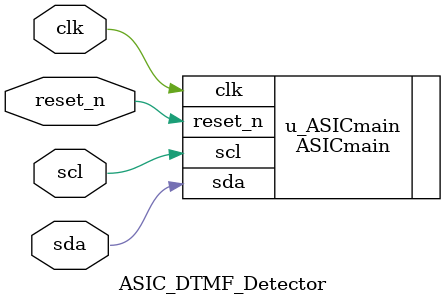
<source format=v>
module ASIC_DTMF_Detector(input clk, reset_n, scl,
								  inout sda);
								  
	ASICmain u_ASICmain (
		.clk(clk), 
		.reset_n(reset_n), 
		.scl(scl),
		.sda(sda)
	);
	
endmodule

</source>
